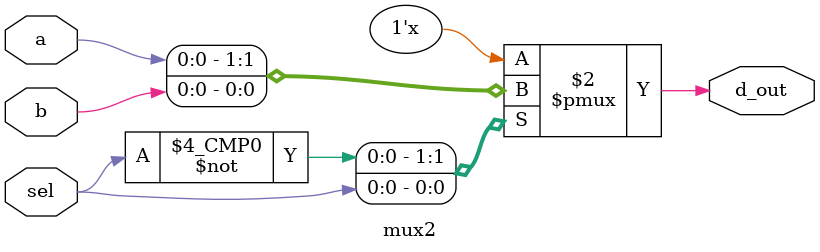
<source format=v>
module mux2(a,b,sel,d_out); // this module means 2 to 1 multiplexer
input a,b; // define input a,b
input sel; // define input sel
output reg d_out; // define output and reg d_out

always @ (sel, a, b) // Calculate the d_out through the case statement
	begin // it means 1 time loop, begin - end means { }
		case(sel)
		1'b0: d_out <= a;
		1'b1: d_out <= b;
		default: d_out <= 1'bx; // To prevent the problem of latch
		endcase // end of case 
	end
	
endmodule // end of module

// The above command is if(sel) and assign a:b? a: same as b
</source>
